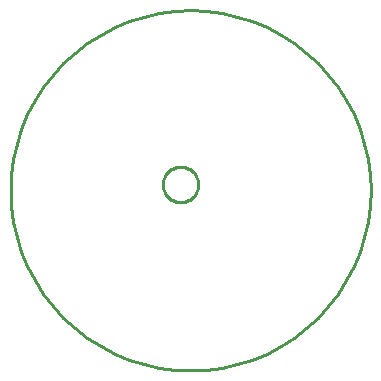
<source format=gbr>
G04 EAGLE Gerber RS-274X export*
G75*
%MOMM*%
%FSLAX34Y34*%
%LPD*%
%IN*%
%IPPOS*%
%AMOC8*
5,1,8,0,0,1.08239X$1,22.5*%
G01*
%ADD10C,0.254000*%


D10*
X-152400Y0D02*
X-151820Y-13283D01*
X-150085Y-26464D01*
X-147207Y-39444D01*
X-143209Y-52124D01*
X-138121Y-64407D01*
X-131982Y-76200D01*
X-124839Y-87413D01*
X-116745Y-97961D01*
X-107763Y-107763D01*
X-97961Y-116745D01*
X-87413Y-124839D01*
X-76200Y-131982D01*
X-64407Y-138121D01*
X-52124Y-143209D01*
X-39444Y-147207D01*
X-26464Y-150085D01*
X-13283Y-151820D01*
X0Y-152400D01*
X13283Y-151820D01*
X26464Y-150085D01*
X39444Y-147207D01*
X52124Y-143209D01*
X64407Y-138121D01*
X76200Y-131982D01*
X87413Y-124839D01*
X97961Y-116745D01*
X107763Y-107763D01*
X116745Y-97961D01*
X124839Y-87413D01*
X131982Y-76200D01*
X138121Y-64407D01*
X143209Y-52124D01*
X147207Y-39444D01*
X150085Y-26464D01*
X151820Y-13283D01*
X152400Y0D01*
X151820Y13283D01*
X150085Y26464D01*
X147207Y39444D01*
X143209Y52124D01*
X138121Y64407D01*
X131982Y76200D01*
X124839Y87413D01*
X116745Y97961D01*
X107763Y107763D01*
X97961Y116745D01*
X87413Y124839D01*
X76200Y131982D01*
X64407Y138121D01*
X52124Y143209D01*
X39444Y147207D01*
X26464Y150085D01*
X13283Y151820D01*
X0Y152400D01*
X-13283Y151820D01*
X-26464Y150085D01*
X-39444Y147207D01*
X-52124Y143209D01*
X-64407Y138121D01*
X-76200Y131982D01*
X-87413Y124839D01*
X-97961Y116745D01*
X-107763Y107763D01*
X-116745Y97961D01*
X-124839Y87413D01*
X-131982Y76200D01*
X-138121Y64407D01*
X-143209Y52124D01*
X-147207Y39444D01*
X-150085Y26464D01*
X-151820Y13283D01*
X-152400Y0D01*
X-7964Y20000D02*
X-6896Y19924D01*
X-5835Y19771D01*
X-4788Y19543D01*
X-3760Y19241D01*
X-2756Y18867D01*
X-1781Y18422D01*
X-841Y17908D01*
X60Y17329D01*
X918Y16687D01*
X1728Y15985D01*
X2485Y15228D01*
X3187Y14418D01*
X3829Y13560D01*
X4408Y12659D01*
X4922Y11719D01*
X5367Y10744D01*
X5741Y9740D01*
X6043Y8712D01*
X6271Y7665D01*
X6424Y6604D01*
X6500Y5536D01*
X6500Y4464D01*
X6424Y3396D01*
X6271Y2335D01*
X6043Y1288D01*
X5741Y260D01*
X5367Y-744D01*
X4922Y-1719D01*
X4408Y-2659D01*
X3829Y-3560D01*
X3187Y-4418D01*
X2485Y-5228D01*
X1728Y-5985D01*
X918Y-6687D01*
X60Y-7329D01*
X-841Y-7908D01*
X-1781Y-8422D01*
X-2756Y-8867D01*
X-3760Y-9241D01*
X-4788Y-9543D01*
X-5835Y-9771D01*
X-6896Y-9924D01*
X-7964Y-10000D01*
X-9036Y-10000D01*
X-10104Y-9924D01*
X-11165Y-9771D01*
X-12212Y-9543D01*
X-13240Y-9241D01*
X-14244Y-8867D01*
X-15219Y-8422D01*
X-16159Y-7908D01*
X-17060Y-7329D01*
X-17918Y-6687D01*
X-18728Y-5985D01*
X-19485Y-5228D01*
X-20187Y-4418D01*
X-20829Y-3560D01*
X-21408Y-2659D01*
X-21922Y-1719D01*
X-22367Y-744D01*
X-22741Y260D01*
X-23043Y1288D01*
X-23271Y2335D01*
X-23424Y3396D01*
X-23500Y4464D01*
X-23500Y5536D01*
X-23424Y6604D01*
X-23271Y7665D01*
X-23043Y8712D01*
X-22741Y9740D01*
X-22367Y10744D01*
X-21922Y11719D01*
X-21408Y12659D01*
X-20829Y13560D01*
X-20187Y14418D01*
X-19485Y15228D01*
X-18728Y15985D01*
X-17918Y16687D01*
X-17060Y17329D01*
X-16159Y17908D01*
X-15219Y18422D01*
X-14244Y18867D01*
X-13240Y19241D01*
X-12212Y19543D01*
X-11165Y19771D01*
X-10104Y19924D01*
X-9036Y20000D01*
X-7964Y20000D01*
M02*

</source>
